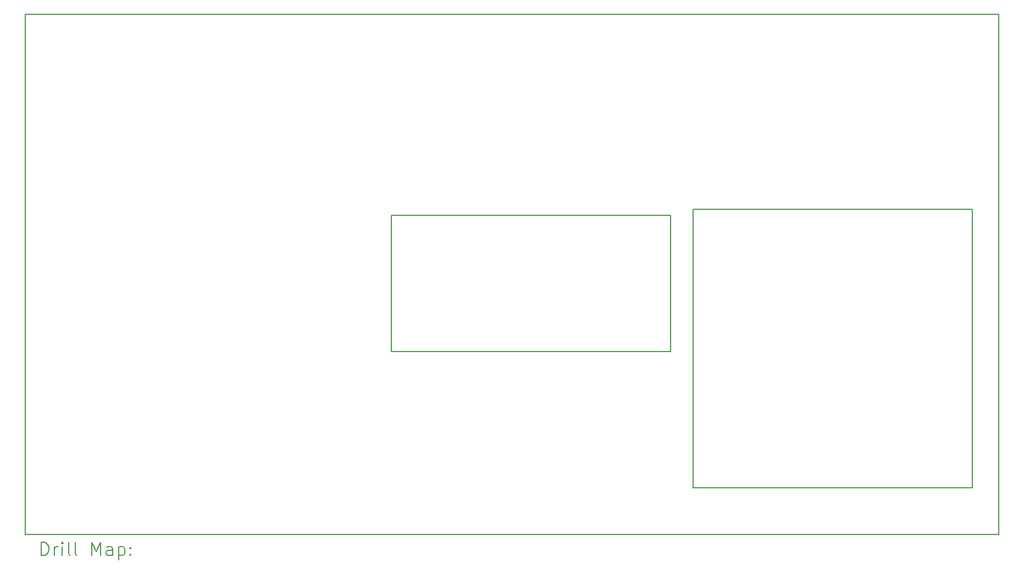
<source format=gbr>
%TF.GenerationSoftware,KiCad,Pcbnew,8.0.1*%
%TF.CreationDate,2024-10-12T00:49:27-03:00*%
%TF.ProjectId,placa de interface clp,706c6163-6120-4646-9520-696e74657266,rev?*%
%TF.SameCoordinates,Original*%
%TF.FileFunction,Drillmap*%
%TF.FilePolarity,Positive*%
%FSLAX45Y45*%
G04 Gerber Fmt 4.5, Leading zero omitted, Abs format (unit mm)*
G04 Created by KiCad (PCBNEW 8.0.1) date 2024-10-12 00:49:27*
%MOMM*%
%LPD*%
G01*
G04 APERTURE LIST*
%ADD10C,0.200000*%
G04 APERTURE END LIST*
D10*
X19956000Y-15017000D02*
X4956000Y-15017000D01*
X4956000Y-7000000D02*
X19956000Y-7000000D01*
X15250000Y-10000000D02*
X19550000Y-10000000D01*
X19550000Y-14300000D01*
X15250000Y-14300000D01*
X15250000Y-10000000D01*
X4956000Y-7000000D02*
X4956000Y-15017000D01*
X19956000Y-7000000D02*
X19956000Y-15017000D01*
X10600000Y-10100000D02*
X14900000Y-10100000D01*
X14900000Y-12200000D01*
X10600000Y-12200000D01*
X10600000Y-10100000D01*
X5206777Y-15338484D02*
X5206777Y-15138484D01*
X5206777Y-15138484D02*
X5254396Y-15138484D01*
X5254396Y-15138484D02*
X5282967Y-15148008D01*
X5282967Y-15148008D02*
X5302015Y-15167055D01*
X5302015Y-15167055D02*
X5311539Y-15186103D01*
X5311539Y-15186103D02*
X5321063Y-15224198D01*
X5321063Y-15224198D02*
X5321063Y-15252769D01*
X5321063Y-15252769D02*
X5311539Y-15290865D01*
X5311539Y-15290865D02*
X5302015Y-15309912D01*
X5302015Y-15309912D02*
X5282967Y-15328960D01*
X5282967Y-15328960D02*
X5254396Y-15338484D01*
X5254396Y-15338484D02*
X5206777Y-15338484D01*
X5406777Y-15338484D02*
X5406777Y-15205150D01*
X5406777Y-15243246D02*
X5416301Y-15224198D01*
X5416301Y-15224198D02*
X5425824Y-15214674D01*
X5425824Y-15214674D02*
X5444872Y-15205150D01*
X5444872Y-15205150D02*
X5463920Y-15205150D01*
X5530586Y-15338484D02*
X5530586Y-15205150D01*
X5530586Y-15138484D02*
X5521063Y-15148008D01*
X5521063Y-15148008D02*
X5530586Y-15157531D01*
X5530586Y-15157531D02*
X5540110Y-15148008D01*
X5540110Y-15148008D02*
X5530586Y-15138484D01*
X5530586Y-15138484D02*
X5530586Y-15157531D01*
X5654396Y-15338484D02*
X5635348Y-15328960D01*
X5635348Y-15328960D02*
X5625824Y-15309912D01*
X5625824Y-15309912D02*
X5625824Y-15138484D01*
X5759158Y-15338484D02*
X5740110Y-15328960D01*
X5740110Y-15328960D02*
X5730586Y-15309912D01*
X5730586Y-15309912D02*
X5730586Y-15138484D01*
X5987729Y-15338484D02*
X5987729Y-15138484D01*
X5987729Y-15138484D02*
X6054396Y-15281341D01*
X6054396Y-15281341D02*
X6121062Y-15138484D01*
X6121062Y-15138484D02*
X6121062Y-15338484D01*
X6302015Y-15338484D02*
X6302015Y-15233722D01*
X6302015Y-15233722D02*
X6292491Y-15214674D01*
X6292491Y-15214674D02*
X6273443Y-15205150D01*
X6273443Y-15205150D02*
X6235348Y-15205150D01*
X6235348Y-15205150D02*
X6216301Y-15214674D01*
X6302015Y-15328960D02*
X6282967Y-15338484D01*
X6282967Y-15338484D02*
X6235348Y-15338484D01*
X6235348Y-15338484D02*
X6216301Y-15328960D01*
X6216301Y-15328960D02*
X6206777Y-15309912D01*
X6206777Y-15309912D02*
X6206777Y-15290865D01*
X6206777Y-15290865D02*
X6216301Y-15271817D01*
X6216301Y-15271817D02*
X6235348Y-15262293D01*
X6235348Y-15262293D02*
X6282967Y-15262293D01*
X6282967Y-15262293D02*
X6302015Y-15252769D01*
X6397253Y-15205150D02*
X6397253Y-15405150D01*
X6397253Y-15214674D02*
X6416301Y-15205150D01*
X6416301Y-15205150D02*
X6454396Y-15205150D01*
X6454396Y-15205150D02*
X6473443Y-15214674D01*
X6473443Y-15214674D02*
X6482967Y-15224198D01*
X6482967Y-15224198D02*
X6492491Y-15243246D01*
X6492491Y-15243246D02*
X6492491Y-15300388D01*
X6492491Y-15300388D02*
X6482967Y-15319436D01*
X6482967Y-15319436D02*
X6473443Y-15328960D01*
X6473443Y-15328960D02*
X6454396Y-15338484D01*
X6454396Y-15338484D02*
X6416301Y-15338484D01*
X6416301Y-15338484D02*
X6397253Y-15328960D01*
X6578205Y-15319436D02*
X6587729Y-15328960D01*
X6587729Y-15328960D02*
X6578205Y-15338484D01*
X6578205Y-15338484D02*
X6568682Y-15328960D01*
X6568682Y-15328960D02*
X6578205Y-15319436D01*
X6578205Y-15319436D02*
X6578205Y-15338484D01*
X6578205Y-15214674D02*
X6587729Y-15224198D01*
X6587729Y-15224198D02*
X6578205Y-15233722D01*
X6578205Y-15233722D02*
X6568682Y-15224198D01*
X6568682Y-15224198D02*
X6578205Y-15214674D01*
X6578205Y-15214674D02*
X6578205Y-15233722D01*
M02*

</source>
